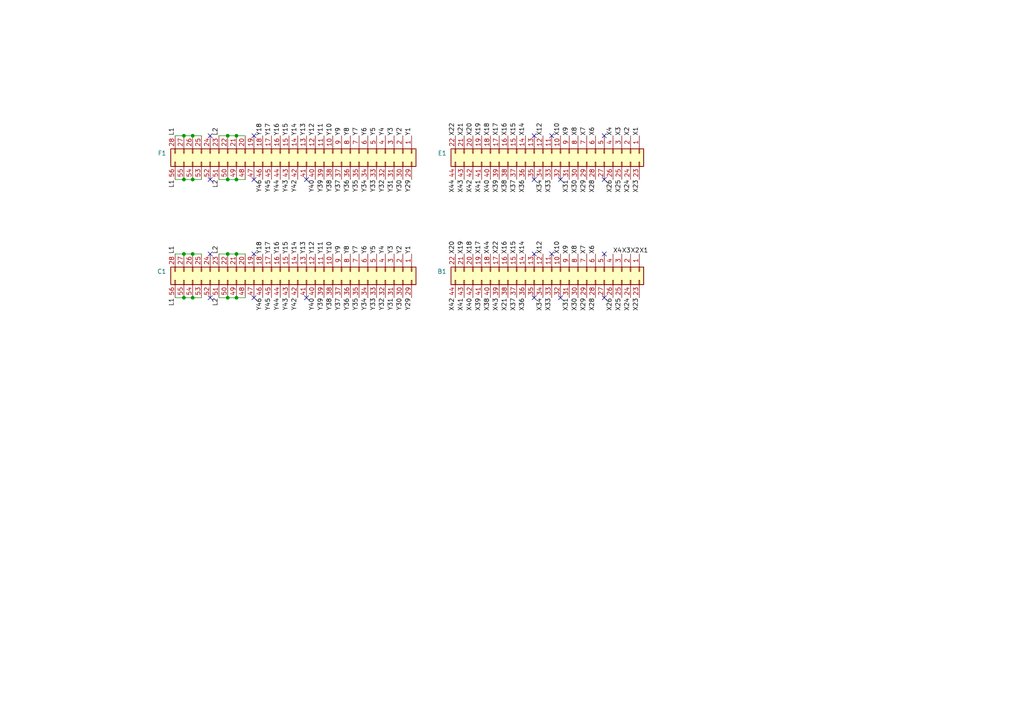
<source format=kicad_sch>
(kicad_sch (version 20250114) (generator "eeschema") (generator_version "9.0")
  (paper "A4")
  (lib_symbols
    (symbol "Connector_Generic:Conn_02x22_Top_Bottom" (pin_names (offset 1.016) (hide yes))
      (property "Reference" "J" (at 1.27 27.94 0))
      (property "Value" "Conn_02x22_Top_Bottom" (at 1.27 -30.48 0))
      (symbol "Conn_02x22_Top_Bottom_1_1"
        (rectangle (start -1.27 26.67) (end 3.81 -29.21) (stroke (width 0.254)) (fill (type background)))
        (rectangle (start -1.27 25.527) (end 0 25.273) (stroke (width 0.1524)))
        (rectangle (start -1.27 22.987) (end 0 22.733) (stroke (width 0.1524)))
        (rectangle (start -1.27 20.447) (end 0 20.193) (stroke (width 0.1524)))
        (rectangle (start -1.27 17.907) (end 0 17.653) (stroke (width 0.1524)))
        (rectangle (start -1.27 15.367) (end 0 15.113) (stroke (width 0.1524)))
        (rectangle (start -1.27 12.827) (end 0 12.573) (stroke (width 0.1524)))
        (rectangle (start -1.27 10.287) (end 0 10.033) (stroke (width 0.1524)))
        (rectangle (start -1.27 7.747) (end 0 7.493) (stroke (width 0.1524)))
        (rectangle (start -1.27 5.207) (end 0 4.953) (stroke (width 0.1524)))
        (rectangle (start -1.27 2.667) (end 0 2.413) (stroke (width 0.1524)))
        (rectangle (start -1.27 0.127) (end 0 -0.127) (stroke (width 0.1524)))
        (rectangle (start -1.27 -2.413) (end 0 -2.667) (stroke (width 0.1524)))
        (rectangle (start -1.27 -4.953) (end 0 -5.207) (stroke (width 0.1524)))
        (rectangle (start -1.27 -7.493) (end 0 -7.747) (stroke (width 0.1524)))
        (rectangle (start -1.27 -10.033) (end 0 -10.287) (stroke (width 0.1524)))
        (rectangle (start -1.27 -12.573) (end 0 -12.827) (stroke (width 0.1524)))
        (rectangle (start -1.27 -15.113) (end 0 -15.367) (stroke (width 0.1524)))
        (rectangle (start -1.27 -17.653) (end 0 -17.907) (stroke (width 0.1524)))
        (rectangle (start -1.27 -20.193) (end 0 -20.447) (stroke (width 0.1524)))
        (rectangle (start -1.27 -22.733) (end 0 -22.987) (stroke (width 0.1524)))
        (rectangle (start -1.27 -25.273) (end 0 -25.527) (stroke (width 0.1524)))
        (rectangle (start -1.27 -27.813) (end 0 -28.067) (stroke (width 0.1524)))
        (rectangle (start 3.81 25.527) (end 2.54 25.273) (stroke (width 0.1524)))
        (rectangle (start 3.81 22.987) (end 2.54 22.733) (stroke (width 0.1524)))
        (rectangle (start 3.81 20.447) (end 2.54 20.193) (stroke (width 0.1524)))
        (rectangle (start 3.81 17.907) (end 2.54 17.653) (stroke (width 0.1524)))
        (rectangle (start 3.81 15.367) (end 2.54 15.113) (stroke (width 0.1524)))
        (rectangle (start 3.81 12.827) (end 2.54 12.573) (stroke (width 0.1524)))
        (rectangle (start 3.81 10.287) (end 2.54 10.033) (stroke (width 0.1524)))
        (rectangle (start 3.81 7.747) (end 2.54 7.493) (stroke (width 0.1524)))
        (rectangle (start 3.81 5.207) (end 2.54 4.953) (stroke (width 0.1524)))
        (rectangle (start 3.81 2.667) (end 2.54 2.413) (stroke (width 0.1524)))
        (rectangle (start 3.81 0.127) (end 2.54 -0.127) (stroke (width 0.1524)))
        (rectangle (start 3.81 -2.413) (end 2.54 -2.667) (stroke (width 0.1524)))
        (rectangle (start 3.81 -4.953) (end 2.54 -5.207) (stroke (width 0.1524)))
        (rectangle (start 3.81 -7.493) (end 2.54 -7.747) (stroke (width 0.1524)))
        (rectangle (start 3.81 -10.033) (end 2.54 -10.287) (stroke (width 0.1524)))
        (rectangle (start 3.81 -12.573) (end 2.54 -12.827) (stroke (width 0.1524)))
        (rectangle (start 3.81 -15.113) (end 2.54 -15.367) (stroke (width 0.1524)))
        (rectangle (start 3.81 -17.653) (end 2.54 -17.907) (stroke (width 0.1524)))
        (rectangle (start 3.81 -20.193) (end 2.54 -20.447) (stroke (width 0.1524)))
        (rectangle (start 3.81 -22.733) (end 2.54 -22.987) (stroke (width 0.1524)))
        (rectangle (start 3.81 -25.273) (end 2.54 -25.527) (stroke (width 0.1524)))
        (rectangle (start 3.81 -27.813) (end 2.54 -28.067) (stroke (width 0.1524)))
        (pin passive line (at -5.08 25.4 0) (length 3.81) (name "Pin_1") (number "1"))
        (pin passive line (at -5.08 22.86 0) (length 3.81) (name "Pin_2") (number "2"))
        (pin passive line (at -5.08 20.32 0) (length 3.81) (name "Pin_3") (number "3"))
        (pin passive line (at -5.08 17.78 0) (length 3.81) (name "Pin_4") (number "4"))
        (pin passive line (at -5.08 15.24 0) (length 3.81) (name "Pin_5") (number "5"))
        (pin passive line (at -5.08 12.7 0) (length 3.81) (name "Pin_6") (number "6"))
        (pin passive line (at -5.08 10.16 0) (length 3.81) (name "Pin_7") (number "7"))
        (pin passive line (at -5.08 7.62 0) (length 3.81) (name "Pin_8") (number "8"))
        (pin passive line (at -5.08 5.08 0) (length 3.81) (name "Pin_9") (number "9"))
        (pin passive line (at -5.08 2.54 0) (length 3.81) (name "Pin_10") (number "10"))
        (pin passive line (at -5.08 0 0) (length 3.81) (name "Pin_11") (number "11"))
        (pin passive line (at -5.08 -2.54 0) (length 3.81) (name "Pin_12") (number "12"))
        (pin passive line (at -5.08 -5.08 0) (length 3.81) (name "Pin_13") (number "13"))
        (pin passive line (at -5.08 -7.62 0) (length 3.81) (name "Pin_14") (number "14"))
        (pin passive line (at -5.08 -10.16 0) (length 3.81) (name "Pin_15") (number "15"))
        (pin passive line (at -5.08 -12.7 0) (length 3.81) (name "Pin_16") (number "16"))
        (pin passive line (at -5.08 -15.24 0) (length 3.81) (name "Pin_17") (number "17"))
        (pin passive line (at -5.08 -17.78 0) (length 3.81) (name "Pin_18") (number "18"))
        (pin passive line (at -5.08 -20.32 0) (length 3.81) (name "Pin_19") (number "19"))
        (pin passive line (at -5.08 -22.86 0) (length 3.81) (name "Pin_20") (number "20"))
        (pin passive line (at -5.08 -25.4 0) (length 3.81) (name "Pin_21") (number "21"))
        (pin passive line (at -5.08 -27.94 0) (length 3.81) (name "Pin_22") (number "22"))
        (pin passive line (at 7.62 25.4 180) (length 3.81) (name "Pin_23") (number "23"))
        (pin passive line (at 7.62 22.86 180) (length 3.81) (name "Pin_24") (number "24"))
        (pin passive line (at 7.62 20.32 180) (length 3.81) (name "Pin_25") (number "25"))
        (pin passive line (at 7.62 17.78 180) (length 3.81) (name "Pin_26") (number "26"))
        (pin passive line (at 7.62 15.24 180) (length 3.81) (name "Pin_27") (number "27"))
        (pin passive line (at 7.62 12.7 180) (length 3.81) (name "Pin_28") (number "28"))
        (pin passive line (at 7.62 10.16 180) (length 3.81) (name "Pin_29") (number "29"))
        (pin passive line (at 7.62 7.62 180) (length 3.81) (name "Pin_30") (number "30"))
        (pin passive line (at 7.62 5.08 180) (length 3.81) (name "Pin_31") (number "31"))
        (pin passive line (at 7.62 2.54 180) (length 3.81) (name "Pin_32") (number "32"))
        (pin passive line (at 7.62 0 180) (length 3.81) (name "Pin_33") (number "33"))
        (pin passive line (at 7.62 -2.54 180) (length 3.81) (name "Pin_34") (number "34"))
        (pin passive line (at 7.62 -5.08 180) (length 3.81) (name "Pin_35") (number "35"))
        (pin passive line (at 7.62 -7.62 180) (length 3.81) (name "Pin_36") (number "36"))
        (pin passive line (at 7.62 -10.16 180) (length 3.81) (name "Pin_37") (number "37"))
        (pin passive line (at 7.62 -12.7 180) (length 3.81) (name "Pin_38") (number "38"))
        (pin passive line (at 7.62 -15.24 180) (length 3.81) (name "Pin_39") (number "39"))
        (pin passive line (at 7.62 -17.78 180) (length 3.81) (name "Pin_40") (number "40"))
        (pin passive line (at 7.62 -20.32 180) (length 3.81) (name "Pin_41") (number "41"))
        (pin passive line (at 7.62 -22.86 180) (length 3.81) (name "Pin_42") (number "42"))
        (pin passive line (at 7.62 -25.4 180) (length 3.81) (name "Pin_43") (number "43"))
        (pin passive line (at 7.62 -27.94 180) (length 3.81) (name "Pin_44") (number "44"))
      )
    )
    (symbol "Connector_Generic:Conn_02x28_Top_Bottom" (pin_names (offset 1.016) (hide yes))
      (property "Reference" "J" (at 1.27 35.56 0))
      (property "Value" "Conn_02x28_Top_Bottom" (at 1.27 -38.1 0))
      (symbol "Conn_02x28_Top_Bottom_1_1"
        (rectangle (start -1.27 34.29) (end 3.81 -36.83) (stroke (width 0.254)) (fill (type background)))
        (rectangle (start -1.27 33.147) (end 0 32.893) (stroke (width 0.1524)))
        (rectangle (start -1.27 30.607) (end 0 30.353) (stroke (width 0.1524)))
        (rectangle (start -1.27 28.067) (end 0 27.813) (stroke (width 0.1524)))
        (rectangle (start -1.27 25.527) (end 0 25.273) (stroke (width 0.1524)))
        (rectangle (start -1.27 22.987) (end 0 22.733) (stroke (width 0.1524)))
        (rectangle (start -1.27 20.447) (end 0 20.193) (stroke (width 0.1524)))
        (rectangle (start -1.27 17.907) (end 0 17.653) (stroke (width 0.1524)))
        (rectangle (start -1.27 15.367) (end 0 15.113) (stroke (width 0.1524)))
        (rectangle (start -1.27 12.827) (end 0 12.573) (stroke (width 0.1524)))
        (rectangle (start -1.27 10.287) (end 0 10.033) (stroke (width 0.1524)))
        (rectangle (start -1.27 7.747) (end 0 7.493) (stroke (width 0.1524)))
        (rectangle (start -1.27 5.207) (end 0 4.953) (stroke (width 0.1524)))
        (rectangle (start -1.27 2.667) (end 0 2.413) (stroke (width 0.1524)))
        (rectangle (start -1.27 0.127) (end 0 -0.127) (stroke (width 0.1524)))
        (rectangle (start -1.27 -2.413) (end 0 -2.667) (stroke (width 0.1524)))
        (rectangle (start -1.27 -4.953) (end 0 -5.207) (stroke (width 0.1524)))
        (rectangle (start -1.27 -7.493) (end 0 -7.747) (stroke (width 0.1524)))
        (rectangle (start -1.27 -10.033) (end 0 -10.287) (stroke (width 0.1524)))
        (rectangle (start -1.27 -12.573) (end 0 -12.827) (stroke (width 0.1524)))
        (rectangle (start -1.27 -15.113) (end 0 -15.367) (stroke (width 0.1524)))
        (rectangle (start -1.27 -17.653) (end 0 -17.907) (stroke (width 0.1524)))
        (rectangle (start -1.27 -20.193) (end 0 -20.447) (stroke (width 0.1524)))
        (rectangle (start -1.27 -22.733) (end 0 -22.987) (stroke (width 0.1524)))
        (rectangle (start -1.27 -25.273) (end 0 -25.527) (stroke (width 0.1524)))
        (rectangle (start -1.27 -27.813) (end 0 -28.067) (stroke (width 0.1524)))
        (rectangle (start -1.27 -30.353) (end 0 -30.607) (stroke (width 0.1524)))
        (rectangle (start -1.27 -32.893) (end 0 -33.147) (stroke (width 0.1524)))
        (rectangle (start -1.27 -35.433) (end 0 -35.687) (stroke (width 0.1524)))
        (rectangle (start 3.81 33.147) (end 2.54 32.893) (stroke (width 0.1524)))
        (rectangle (start 3.81 30.607) (end 2.54 30.353) (stroke (width 0.1524)))
        (rectangle (start 3.81 28.067) (end 2.54 27.813) (stroke (width 0.1524)))
        (rectangle (start 3.81 25.527) (end 2.54 25.273) (stroke (width 0.1524)))
        (rectangle (start 3.81 22.987) (end 2.54 22.733) (stroke (width 0.1524)))
        (rectangle (start 3.81 20.447) (end 2.54 20.193) (stroke (width 0.1524)))
        (rectangle (start 3.81 17.907) (end 2.54 17.653) (stroke (width 0.1524)))
        (rectangle (start 3.81 15.367) (end 2.54 15.113) (stroke (width 0.1524)))
        (rectangle (start 3.81 12.827) (end 2.54 12.573) (stroke (width 0.1524)))
        (rectangle (start 3.81 10.287) (end 2.54 10.033) (stroke (width 0.1524)))
        (rectangle (start 3.81 7.747) (end 2.54 7.493) (stroke (width 0.1524)))
        (rectangle (start 3.81 5.207) (end 2.54 4.953) (stroke (width 0.1524)))
        (rectangle (start 3.81 2.667) (end 2.54 2.413) (stroke (width 0.1524)))
        (rectangle (start 3.81 0.127) (end 2.54 -0.127) (stroke (width 0.1524)))
        (rectangle (start 3.81 -2.413) (end 2.54 -2.667) (stroke (width 0.1524)))
        (rectangle (start 3.81 -4.953) (end 2.54 -5.207) (stroke (width 0.1524)))
        (rectangle (start 3.81 -7.493) (end 2.54 -7.747) (stroke (width 0.1524)))
        (rectangle (start 3.81 -10.033) (end 2.54 -10.287) (stroke (width 0.1524)))
        (rectangle (start 3.81 -12.573) (end 2.54 -12.827) (stroke (width 0.1524)))
        (rectangle (start 3.81 -15.113) (end 2.54 -15.367) (stroke (width 0.1524)))
        (rectangle (start 3.81 -17.653) (end 2.54 -17.907) (stroke (width 0.1524)))
        (rectangle (start 3.81 -20.193) (end 2.54 -20.447) (stroke (width 0.1524)))
        (rectangle (start 3.81 -22.733) (end 2.54 -22.987) (stroke (width 0.1524)))
        (rectangle (start 3.81 -25.273) (end 2.54 -25.527) (stroke (width 0.1524)))
        (rectangle (start 3.81 -27.813) (end 2.54 -28.067) (stroke (width 0.1524)))
        (rectangle (start 3.81 -30.353) (end 2.54 -30.607) (stroke (width 0.1524)))
        (rectangle (start 3.81 -32.893) (end 2.54 -33.147) (stroke (width 0.1524)))
        (rectangle (start 3.81 -35.433) (end 2.54 -35.687) (stroke (width 0.1524)))
        (pin passive line (at -5.08 33.02 0) (length 3.81) (name "Pin_1") (number "1"))
        (pin passive line (at -5.08 30.48 0) (length 3.81) (name "Pin_2") (number "2"))
        (pin passive line (at -5.08 27.94 0) (length 3.81) (name "Pin_3") (number "3"))
        (pin passive line (at -5.08 25.4 0) (length 3.81) (name "Pin_4") (number "4"))
        (pin passive line (at -5.08 22.86 0) (length 3.81) (name "Pin_5") (number "5"))
        (pin passive line (at -5.08 20.32 0) (length 3.81) (name "Pin_6") (number "6"))
        (pin passive line (at -5.08 17.78 0) (length 3.81) (name "Pin_7") (number "7"))
        (pin passive line (at -5.08 15.24 0) (length 3.81) (name "Pin_8") (number "8"))
        (pin passive line (at -5.08 12.7 0) (length 3.81) (name "Pin_9") (number "9"))
        (pin passive line (at -5.08 10.16 0) (length 3.81) (name "Pin_10") (number "10"))
        (pin passive line (at -5.08 7.62 0) (length 3.81) (name "Pin_11") (number "11"))
        (pin passive line (at -5.08 5.08 0) (length 3.81) (name "Pin_12") (number "12"))
        (pin passive line (at -5.08 2.54 0) (length 3.81) (name "Pin_13") (number "13"))
        (pin passive line (at -5.08 0 0) (length 3.81) (name "Pin_14") (number "14"))
        (pin passive line (at -5.08 -2.54 0) (length 3.81) (name "Pin_15") (number "15"))
        (pin passive line (at -5.08 -5.08 0) (length 3.81) (name "Pin_16") (number "16"))
        (pin passive line (at -5.08 -7.62 0) (length 3.81) (name "Pin_17") (number "17"))
        (pin passive line (at -5.08 -10.16 0) (length 3.81) (name "Pin_18") (number "18"))
        (pin passive line (at -5.08 -12.7 0) (length 3.81) (name "Pin_19") (number "19"))
        (pin passive line (at -5.08 -15.24 0) (length 3.81) (name "Pin_20") (number "20"))
        (pin passive line (at -5.08 -17.78 0) (length 3.81) (name "Pin_21") (number "21"))
        (pin passive line (at -5.08 -20.32 0) (length 3.81) (name "Pin_22") (number "22"))
        (pin passive line (at -5.08 -22.86 0) (length 3.81) (name "Pin_23") (number "23"))
        (pin passive line (at -5.08 -25.4 0) (length 3.81) (name "Pin_24") (number "24"))
        (pin passive line (at -5.08 -27.94 0) (length 3.81) (name "Pin_25") (number "25"))
        (pin passive line (at -5.08 -30.48 0) (length 3.81) (name "Pin_26") (number "26"))
        (pin passive line (at -5.08 -33.02 0) (length 3.81) (name "Pin_27") (number "27"))
        (pin passive line (at -5.08 -35.56 0) (length 3.81) (name "Pin_28") (number "28"))
        (pin passive line (at 7.62 33.02 180) (length 3.81) (name "Pin_29") (number "29"))
        (pin passive line (at 7.62 30.48 180) (length 3.81) (name "Pin_30") (number "30"))
        (pin passive line (at 7.62 27.94 180) (length 3.81) (name "Pin_31") (number "31"))
        (pin passive line (at 7.62 25.4 180) (length 3.81) (name "Pin_32") (number "32"))
        (pin passive line (at 7.62 22.86 180) (length 3.81) (name "Pin_33") (number "33"))
        (pin passive line (at 7.62 20.32 180) (length 3.81) (name "Pin_34") (number "34"))
        (pin passive line (at 7.62 17.78 180) (length 3.81) (name "Pin_35") (number "35"))
        (pin passive line (at 7.62 15.24 180) (length 3.81) (name "Pin_36") (number "36"))
        (pin passive line (at 7.62 12.7 180) (length 3.81) (name "Pin_37") (number "37"))
        (pin passive line (at 7.62 10.16 180) (length 3.81) (name "Pin_38") (number "38"))
        (pin passive line (at 7.62 7.62 180) (length 3.81) (name "Pin_39") (number "39"))
        (pin passive line (at 7.62 5.08 180) (length 3.81) (name "Pin_40") (number "40"))
        (pin passive line (at 7.62 2.54 180) (length 3.81) (name "Pin_41") (number "41"))
        (pin passive line (at 7.62 0 180) (length 3.81) (name "Pin_42") (number "42"))
        (pin passive line (at 7.62 -2.54 180) (length 3.81) (name "Pin_43") (number "43"))
        (pin passive line (at 7.62 -5.08 180) (length 3.81) (name "Pin_44") (number "44"))
        (pin passive line (at 7.62 -7.62 180) (length 3.81) (name "Pin_45") (number "45"))
        (pin passive line (at 7.62 -10.16 180) (length 3.81) (name "Pin_46") (number "46"))
        (pin passive line (at 7.62 -12.7 180) (length 3.81) (name "Pin_47") (number "47"))
        (pin passive line (at 7.62 -15.24 180) (length 3.81) (name "Pin_48") (number "48"))
        (pin passive line (at 7.62 -17.78 180) (length 3.81) (name "Pin_49") (number "49"))
        (pin passive line (at 7.62 -20.32 180) (length 3.81) (name "Pin_50") (number "50"))
        (pin passive line (at 7.62 -22.86 180) (length 3.81) (name "Pin_51") (number "51"))
        (pin passive line (at 7.62 -25.4 180) (length 3.81) (name "Pin_52") (number "52"))
        (pin passive line (at 7.62 -27.94 180) (length 3.81) (name "Pin_53") (number "53"))
        (pin passive line (at 7.62 -30.48 180) (length 3.81) (name "Pin_54") (number "54"))
        (pin passive line (at 7.62 -33.02 180) (length 3.81) (name "Pin_55") (number "55"))
        (pin passive line (at 7.62 -35.56 180) (length 3.81) (name "Pin_56") (number "56"))
      )
    )
  )
  (junction (at 66.04 73.66))
  (junction (at 66.04 86.36))
  (junction (at 55.88 86.36))
  (junction (at 68.58 86.36))
  (junction (at 68.58 52.07))
  (junction (at 55.88 52.07))
  (junction (at 55.88 73.66))
  (junction (at 68.58 39.37))
  (junction (at 53.34 52.07))
  (junction (at 53.34 86.36))
  (junction (at 55.88 39.37))
  (junction (at 53.34 39.37))
  (junction (at 53.34 73.66))
  (junction (at 66.04 39.37))
  (junction (at 68.58 73.66))
  (junction (at 66.04 52.07))
  (no_connect (at 73.66 52.07))
  (no_connect (at 160.02 39.37))
  (no_connect (at 88.9 86.36))
  (no_connect (at 160.02 73.66))
  (no_connect (at 154.94 52.07))
  (no_connect (at 175.26 86.36))
  (no_connect (at 60.96 73.66))
  (no_connect (at 175.26 52.07))
  (no_connect (at 162.56 86.36))
  (no_connect (at 73.66 39.37))
  (no_connect (at 88.9 52.07))
  (no_connect (at 60.96 52.07))
  (no_connect (at 73.66 86.36))
  (no_connect (at 162.56 52.07))
  (no_connect (at 154.94 39.37))
  (no_connect (at 60.96 39.37))
  (no_connect (at 175.26 73.66))
  (no_connect (at 60.96 86.36))
  (no_connect (at 175.26 39.37))
  (no_connect (at 154.94 86.36))
  (no_connect (at 73.66 73.66))
  (no_connect (at 154.94 73.66))
  (wire (pts (xy 53.34 86.36) (xy 55.88 86.36)))
  (wire (pts (xy 66.04 39.37) (xy 68.58 39.37)))
  (wire (pts (xy 53.34 39.37) (xy 55.88 39.37)))
  (wire (pts (xy 55.88 73.66) (xy 58.42 73.66)))
  (wire (pts (xy 63.5 73.66) (xy 66.04 73.66)))
  (wire (pts (xy 55.88 52.07) (xy 58.42 52.07)))
  (wire (pts (xy 53.34 73.66) (xy 55.88 73.66)))
  (wire (pts (xy 66.04 86.36) (xy 68.58 86.36)))
  (wire (pts (xy 53.34 52.07) (xy 55.88 52.07)))
  (wire (pts (xy 68.58 39.37) (xy 71.12 39.37)))
  (wire (pts (xy 50.8 39.37) (xy 53.34 39.37)))
  (wire (pts (xy 63.5 39.37) (xy 66.04 39.37)))
  (wire (pts (xy 66.04 73.66) (xy 68.58 73.66)))
  (wire (pts (xy 66.04 52.07) (xy 68.58 52.07)))
  (wire (pts (xy 55.88 39.37) (xy 58.42 39.37)))
  (wire (pts (xy 50.8 86.36) (xy 53.34 86.36)))
  (wire (pts (xy 68.58 86.36) (xy 71.12 86.36)))
  (wire (pts (xy 68.58 73.66) (xy 71.12 73.66)))
  (wire (pts (xy 50.8 73.66) (xy 53.34 73.66)))
  (wire (pts (xy 55.88 86.36) (xy 58.42 86.36)))
  (wire (pts (xy 63.5 52.07) (xy 66.04 52.07)))
  (wire (pts (xy 63.5 86.36) (xy 66.04 86.36)))
  (wire (pts (xy 50.8 52.07) (xy 53.34 52.07)))
  (wire (pts (xy 68.58 52.07) (xy 71.12 52.07)))
  (label "X6" (at 172.72 39.37 90))
  (label "X43" (at 144.78 86.36 270))
  (label "X30" (at 167.64 52.07 270))
  (label "X26" (at 177.8 52.07 270))
  (label "Y10" (at 96.52 39.37 90))
  (label "X2" (at 182.88 73.66 0))
  (label "X18" (at 137.16 73.66 90))
  (label "Y30" (at 116.84 52.07 270))
  (label "Y2" (at 116.84 39.37 90))
  (label "X17" (at 144.78 39.37 90))
  (label "X19" (at 134.62 73.66 90))
  (label "X3" (at 180.34 39.37 90))
  (label "X23" (at 185.42 52.07 270))
  (label "X39" (at 139.7 86.36 270))
  (label "Y31" (at 114.3 86.36 270))
  (label "Y18" (at 76.2 73.66 90))
  (label "X3" (at 180.34 73.66 0))
  (label "X15" (at 149.86 39.37 90))
  (label "X14" (at 152.4 39.37 90))
  (label "L2" (at 63.5 86.36 270))
  (label "Y4" (at 111.76 73.66 90))
  (label "X17" (at 139.7 73.66 90))
  (label "X1" (at 185.42 73.66 0))
  (label "X29" (at 170.18 52.07 270))
  (label "X7" (at 170.18 73.66 90))
  (label "Y37" (at 99.06 86.36 270))
  (label "X29" (at 170.18 86.36 270))
  (label "Y6" (at 106.68 73.66 90))
  (label "Y11" (at 93.98 39.37 90))
  (label "X36" (at 152.4 86.36 270))
  (label "X14" (at 152.4 73.66 90))
  (label "X20" (at 132.08 73.66 90))
  (label "X6" (at 172.72 73.66 90))
  (label "Y40" (at 91.44 52.07 270))
  (label "X10" (at 162.56 39.37 90))
  (label "Y31" (at 114.3 52.07 270))
  (label "X39" (at 144.78 52.07 270))
  (label "X22" (at 132.08 39.37 90))
  (label "Y37" (at 99.06 52.07 270))
  (label "X15" (at 149.86 73.66 90))
  (label "X20" (at 137.16 39.37 90))
  (label "X33" (at 160.02 52.07 270))
  (label "X25" (at 180.34 86.36 270))
  (label "Y34" (at 106.68 86.36 270))
  (label "X8" (at 167.64 39.37 90))
  (label "Y15" (at 83.82 73.66 90))
  (label "Y5" (at 109.22 39.37 90))
  (label "Y6" (at 106.68 39.37 90))
  (label "X36" (at 152.4 52.07 270))
  (label "Y44" (at 81.28 86.36 270))
  (label "Y32" (at 111.76 86.36 270))
  (label "X22" (at 144.78 73.66 90))
  (label "X30" (at 167.64 86.36 270))
  (label "X7" (at 170.18 39.37 90))
  (label "Y29" (at 119.38 86.36 270))
  (label "X41" (at 134.62 86.36 270))
  (label "Y9" (at 99.06 39.37 90))
  (label "X24" (at 182.88 52.07 270))
  (label "L2" (at 63.5 39.37 90))
  (label "X40" (at 137.16 86.36 270))
  (label "Y30" (at 116.84 86.36 270))
  (label "Y40" (at 91.44 86.36 270))
  (label "Y8" (at 101.6 39.37 90))
  (label "X18" (at 142.24 39.37 90))
  (label "X41" (at 139.7 52.07 270))
  (label "Y3" (at 114.3 39.37 90))
  (label "Y32" (at 111.76 52.07 270))
  (label "Y42" (at 86.36 52.07 270))
  (label "X10" (at 162.56 73.66 90))
  (label "Y38" (at 96.52 52.07 270))
  (label "X12" (at 157.48 73.66 90))
  (label "Y46" (at 76.2 86.36 270))
  (label "L1" (at 50.8 52.07 270))
  (label "Y45" (at 78.74 52.07 270))
  (label "Y14" (at 86.36 73.66 90))
  (label "X44" (at 132.08 52.07 270))
  (label "Y33" (at 109.22 52.07 270))
  (label "Y18" (at 76.2 39.37 90))
  (label "Y35" (at 104.14 86.36 270))
  (label "X26" (at 177.8 86.36 270))
  (label "L2" (at 63.5 52.07 270))
  (label "Y1" (at 119.38 73.66 90))
  (label "Y17" (at 78.74 39.37 90))
  (label "X28" (at 172.72 86.36 270))
  (label "Y38" (at 96.52 86.36 270))
  (label "X24" (at 182.88 86.36 270))
  (label "Y13" (at 88.9 73.66 90))
  (label "X34" (at 157.48 52.07 270))
  (label "Y33" (at 109.22 86.36 270))
  (label "X4" (at 177.8 73.66 0))
  (label "X38" (at 142.24 86.36 270))
  (label "Y12" (at 91.44 39.37 90))
  (label "Y8" (at 101.6 73.66 90))
  (label "X42" (at 132.08 86.36 270))
  (label "X12" (at 157.48 39.37 90))
  (label "Y4" (at 111.76 39.37 90))
  (label "Y42" (at 86.36 86.36 270))
  (label "Y3" (at 114.3 73.66 90))
  (label "L2" (at 63.5 73.66 90))
  (label "X37" (at 149.86 86.36 270))
  (label "Y15" (at 83.82 39.37 90))
  (label "Y7" (at 104.14 39.37 90))
  (label "Y12" (at 91.44 73.66 90))
  (label "Y5" (at 109.22 73.66 90))
  (label "Y46" (at 76.2 52.07 270))
  (label "X33" (at 160.02 86.36 270))
  (label "X19" (at 139.7 39.37 90))
  (label "Y2" (at 116.84 73.66 90))
  (label "X16" (at 147.32 73.66 90))
  (label "Y9" (at 99.06 73.66 90))
  (label "X43" (at 134.62 52.07 270))
  (label "Y36" (at 101.6 86.36 270))
  (label "X9" (at 165.1 73.66 90))
  (label "X16" (at 147.32 39.37 90))
  (label "Y44" (at 81.28 52.07 270))
  (label "L1" (at 50.8 86.36 270))
  (label "X2" (at 182.88 39.37 90))
  (label "X38" (at 147.32 52.07 270))
  (label "Y1" (at 119.38 39.37 90))
  (label "X9" (at 165.1 39.37 90))
  (label "X34" (at 157.48 86.36 270))
  (label "X44" (at 142.24 73.66 90))
  (label "Y17" (at 78.74 73.66 90))
  (label "X21" (at 134.62 39.37 90))
  (label "Y45" (at 78.74 86.36 270))
  (label "Y43" (at 83.82 86.36 270))
  (label "X23" (at 185.42 86.36 270))
  (label "Y29" (at 119.38 52.07 270))
  (label "L1" (at 50.8 73.66 90))
  (label "Y10" (at 96.52 73.66 90))
  (label "X42" (at 137.16 52.07 270))
  (label "Y39" (at 93.98 52.07 270))
  (label "Y39" (at 93.98 86.36 270))
  (label "X31" (at 165.1 86.36 270))
  (label "X8" (at 167.64 73.66 90))
  (label "Y35" (at 104.14 52.07 270))
  (label "X31" (at 165.1 52.07 270))
  (label "X40" (at 142.24 52.07 270))
  (label "Y13" (at 88.9 39.37 90))
  (label "X37" (at 149.86 52.07 270))
  (label "Y14" (at 86.36 39.37 90))
  (label "X21" (at 147.32 86.36 270))
  (label "X25" (at 180.34 52.07 270))
  (label "Y7" (at 104.14 73.66 90))
  (label "Y34" (at 106.68 52.07 270))
  (label "X28" (at 172.72 52.07 270))
  (label "X1" (at 185.42 39.37 90))
  (label "L1" (at 50.8 39.37 90))
  (label "Y36" (at 101.6 52.07 270))
  (label "Y16" (at 81.28 39.37 90))
  (label "X4" (at 177.8 39.37 90))
  (label "Y43" (at 83.82 52.07 270))
  (label "Y16" (at 81.28 73.66 90))
  (label "Y11" (at 93.98 73.66 90))
  (symbol (lib_id "Connector_Generic:Conn_02x22_Top_Bottom") (at 160.02 44.45 270) (unit 1)
    (property "Reference" "E1" (at 129.54 44.4499 90) (effects (justify right)))
    (property "Value" "Conn_02x22_Top_Bottom" (effects (hide yes)))
    (property "Footprint" "Library:Edge2x22_3.95mm" (effects (hide yes)))
    (property "Description" "Generic connector, double row, 02x22, top/bottom pin numbering scheme (row 1: 1...pins_per_row, row2: pins_per_row+1 ... num_pins), script generated (kicad-library-utils/schlib/autogen/connector/)" (effects (hide yes)))
  )
  (symbol (lib_id "Connector_Generic:Conn_02x28_Top_Bottom") (at 86.36 78.74 270) (unit 1)
    (property "Reference" "C1" (at 48.26 78.7399 90) (effects (justify right)))
    (property "Value" "Conn_02x28_Top_Bottom" (effects (hide yes)))
    (property "Footprint" "Library:Edge2x28_3.95mm_top" (effects (hide yes)))
    (property "Description" "Generic connector, double row, 02x28, top/bottom pin numbering scheme (row 1: 1...pins_per_row, row2: pins_per_row+1 ... num_pins), script generated (kicad-library-utils/schlib/autogen/connector/)" (effects (hide yes)))
  )
  (symbol (lib_id "Connector_Generic:Conn_02x28_Top_Bottom") (at 86.36 44.45 270) (unit 1)
    (property "Reference" "F1" (at 48.26 44.4499 90) (effects (justify right)))
    (property "Value" "Conn_02x28_Top_Bottom" (effects (hide yes)))
    (property "Footprint" "Library:Edge2x28_3.95mm_bottom" (effects (hide yes)))
    (property "Description" "Generic connector, double row, 02x28, top/bottom pin numbering scheme (row 1: 1...pins_per_row, row2: pins_per_row+1 ... num_pins), script generated (kicad-library-utils/schlib/autogen/connector/)" (effects (hide yes)))
  )
  (symbol (lib_id "Connector_Generic:Conn_02x22_Top_Bottom") (at 160.02 78.74 270) (unit 1)
    (property "Reference" "B1" (at 129.54 78.7399 90) (effects (justify right)))
    (property "Value" "Conn_02x22_Top_Bottom" (effects (hide yes)))
    (property "Footprint" "Library:Edge2x22_3.95mm" (effects (hide yes)))
    (property "Description" "Generic connector, double row, 02x22, top/bottom pin numbering scheme (row 1: 1...pins_per_row, row2: pins_per_row+1 ... num_pins), script generated (kicad-library-utils/schlib/autogen/connector/)" (effects (hide yes)))
  )
)
</source>
